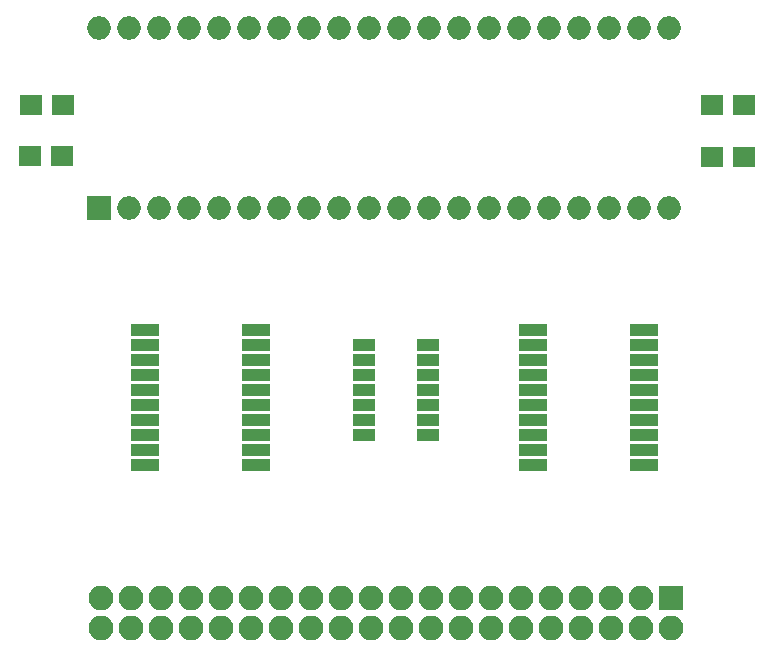
<source format=gbr>
G04 #@! TF.FileFunction,Soldermask,Bot*
%FSLAX46Y46*%
G04 Gerber Fmt 4.6, Leading zero omitted, Abs format (unit mm)*
G04 Created by KiCad (PCBNEW 4.0.7) date 08/27/18 14:38:30*
%MOMM*%
%LPD*%
G01*
G04 APERTURE LIST*
%ADD10C,0.100000*%
%ADD11R,2.100000X2.100000*%
%ADD12O,2.100000X2.100000*%
%ADD13R,1.900000X1.000000*%
%ADD14R,1.900000X1.700000*%
%ADD15R,2.000000X2.000000*%
%ADD16O,2.000000X2.000000*%
%ADD17R,2.350000X1.000000*%
G04 APERTURE END LIST*
D10*
D11*
X149454000Y-112878000D03*
D12*
X149454000Y-115418000D03*
X146914000Y-112878000D03*
X146914000Y-115418000D03*
X144374000Y-112878000D03*
X144374000Y-115418000D03*
X141834000Y-112878000D03*
X141834000Y-115418000D03*
X139294000Y-112878000D03*
X139294000Y-115418000D03*
X136754000Y-112878000D03*
X136754000Y-115418000D03*
X134214000Y-112878000D03*
X134214000Y-115418000D03*
X131674000Y-112878000D03*
X131674000Y-115418000D03*
X129134000Y-112878000D03*
X129134000Y-115418000D03*
X126594000Y-112878000D03*
X126594000Y-115418000D03*
X124054000Y-112878000D03*
X124054000Y-115418000D03*
X121514000Y-112878000D03*
X121514000Y-115418000D03*
X118974000Y-112878000D03*
X118974000Y-115418000D03*
X116434000Y-112878000D03*
X116434000Y-115418000D03*
X113894000Y-112878000D03*
X113894000Y-115418000D03*
X111354000Y-112878000D03*
X111354000Y-115418000D03*
X108814000Y-112878000D03*
X108814000Y-115418000D03*
X106274000Y-112878000D03*
X106274000Y-115418000D03*
X103734000Y-112878000D03*
X103734000Y-115418000D03*
X101194000Y-112878000D03*
X101194000Y-115418000D03*
D13*
X123505000Y-99060000D03*
X123505000Y-97790000D03*
X123505000Y-96520000D03*
X123505000Y-95250000D03*
X123505000Y-93980000D03*
X123505000Y-92710000D03*
X123505000Y-91440000D03*
X128905000Y-91440000D03*
X128905000Y-92710000D03*
X128905000Y-93980000D03*
X128905000Y-95250000D03*
X128905000Y-96520000D03*
X128905000Y-97790000D03*
X128905000Y-99060000D03*
D14*
X152930000Y-75539600D03*
X155630000Y-75539600D03*
X95271600Y-71120000D03*
X97971600Y-71120000D03*
X95170000Y-75488800D03*
X97870000Y-75488800D03*
X152980000Y-71170800D03*
X155680000Y-71170800D03*
D15*
X101079000Y-79832200D03*
D16*
X149339000Y-64592200D03*
X103619000Y-79832200D03*
X146799000Y-64592200D03*
X106159000Y-79832200D03*
X144259000Y-64592200D03*
X108699000Y-79832200D03*
X141719000Y-64592200D03*
X111239000Y-79832200D03*
X139179000Y-64592200D03*
X113779000Y-79832200D03*
X136639000Y-64592200D03*
X116319000Y-79832200D03*
X134099000Y-64592200D03*
X118859000Y-79832200D03*
X131559000Y-64592200D03*
X121399000Y-79832200D03*
X129019000Y-64592200D03*
X123939000Y-79832200D03*
X126479000Y-64592200D03*
X126479000Y-79832200D03*
X123939000Y-64592200D03*
X129019000Y-79832200D03*
X121399000Y-64592200D03*
X131559000Y-79832200D03*
X118859000Y-64592200D03*
X134099000Y-79832200D03*
X116319000Y-64592200D03*
X136639000Y-79832200D03*
X113779000Y-64592200D03*
X139179000Y-79832200D03*
X111239000Y-64592200D03*
X141719000Y-79832200D03*
X108699000Y-64592200D03*
X144259000Y-79832200D03*
X106159000Y-64592200D03*
X146799000Y-79832200D03*
X103619000Y-64592200D03*
X149339000Y-79832200D03*
X101079000Y-64592200D03*
D17*
X137795000Y-101600000D03*
X137795000Y-100330000D03*
X137795000Y-99060000D03*
X137795000Y-97790000D03*
X137795000Y-96520000D03*
X137795000Y-95250000D03*
X137795000Y-93980000D03*
X137795000Y-92710000D03*
X137795000Y-91440000D03*
X137795000Y-90170000D03*
X147195000Y-90170000D03*
X147195000Y-91440000D03*
X147195000Y-92710000D03*
X147195000Y-93980000D03*
X147195000Y-95250000D03*
X147195000Y-96520000D03*
X147195000Y-97790000D03*
X147195000Y-99060000D03*
X147195000Y-100330000D03*
X147195000Y-101600000D03*
X104900000Y-101600000D03*
X104900000Y-100330000D03*
X104900000Y-99060000D03*
X104900000Y-97790000D03*
X104900000Y-96520000D03*
X104900000Y-95250000D03*
X104900000Y-93980000D03*
X104900000Y-92710000D03*
X104900000Y-91440000D03*
X104900000Y-90170000D03*
X114300000Y-90170000D03*
X114300000Y-91440000D03*
X114300000Y-92710000D03*
X114300000Y-93980000D03*
X114300000Y-95250000D03*
X114300000Y-96520000D03*
X114300000Y-97790000D03*
X114300000Y-99060000D03*
X114300000Y-100330000D03*
X114300000Y-101600000D03*
M02*

</source>
